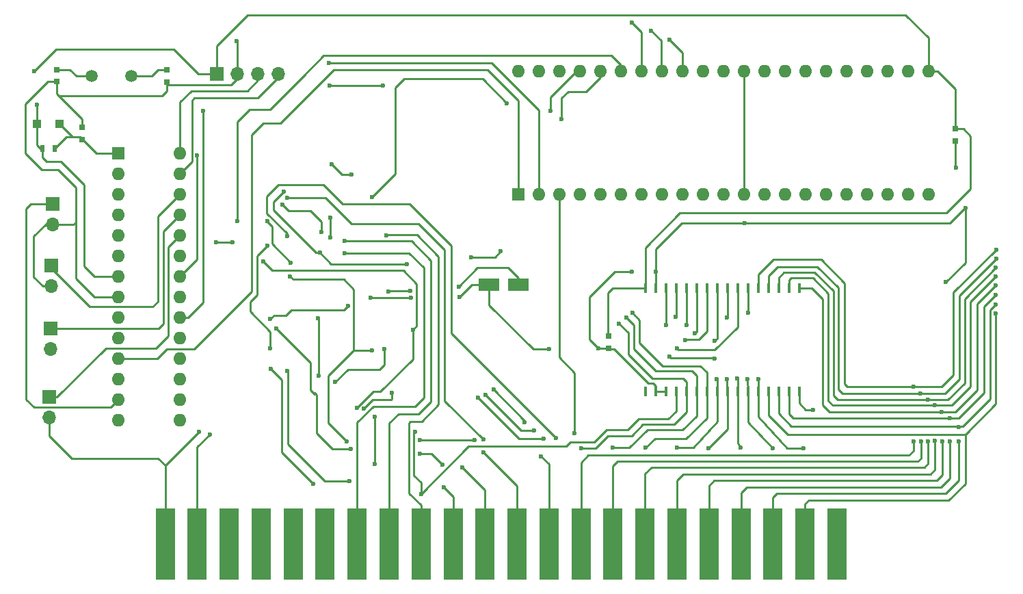
<source format=gbr>
G04 #@! TF.FileFunction,Copper,L1,Top,Signal*
%FSLAX46Y46*%
G04 Gerber Fmt 4.6, Leading zero omitted, Abs format (unit mm)*
G04 Created by KiCad (PCBNEW 4.0.7) date 07/10/18 22:49:54*
%MOMM*%
%LPD*%
G01*
G04 APERTURE LIST*
%ADD10C,0.100000*%
%ADD11R,2.400000X8.800000*%
%ADD12R,0.400000X1.200000*%
%ADD13R,1.600000X1.600000*%
%ADD14O,1.600000X1.600000*%
%ADD15R,0.750000X0.800000*%
%ADD16R,2.600000X1.600000*%
%ADD17R,1.100000X1.100000*%
%ADD18R,1.700000X1.700000*%
%ADD19O,1.700000X1.700000*%
%ADD20R,0.500000X0.900000*%
%ADD21C,1.500000*%
%ADD22C,0.600000*%
%ADD23C,0.250000*%
G04 APERTURE END LIST*
D10*
D11*
X65399940Y-104279120D03*
X69359940Y-104279120D03*
X73319940Y-104279120D03*
X77279940Y-104279120D03*
X81239940Y-104279120D03*
X85199940Y-104279120D03*
X89159940Y-104279120D03*
X93119940Y-104279120D03*
X97079940Y-104279120D03*
X101039940Y-104279120D03*
X104999940Y-104279120D03*
X108959940Y-104279120D03*
X112919940Y-104279120D03*
X120839940Y-104279120D03*
X140639940Y-104279120D03*
X116879940Y-104279120D03*
X128759940Y-104279120D03*
X148559940Y-104279120D03*
X144599940Y-104279120D03*
X124799940Y-104279120D03*
X136679940Y-104279120D03*
X132719940Y-104279120D03*
D12*
X124835700Y-85343200D03*
X126105700Y-85343200D03*
X127375700Y-85343200D03*
X128645700Y-85343200D03*
X129915700Y-85343200D03*
X131185700Y-85343200D03*
X132455700Y-85343200D03*
X133725700Y-85343200D03*
X134995700Y-85343200D03*
X136265700Y-85343200D03*
X137535700Y-85343200D03*
X138805700Y-85343200D03*
X140075700Y-85343200D03*
X141345700Y-85343200D03*
X142615700Y-85343200D03*
X143885700Y-85343200D03*
X143885700Y-72543200D03*
X142615700Y-72543200D03*
X141345700Y-72543200D03*
X140075700Y-72543200D03*
X138805700Y-72543200D03*
X137535700Y-72543200D03*
X136265700Y-72543200D03*
X134995700Y-72543200D03*
X133725700Y-72543200D03*
X132455700Y-72543200D03*
X131185700Y-72543200D03*
X129915700Y-72543200D03*
X128645700Y-72543200D03*
X127375700Y-72543200D03*
X126105700Y-72543200D03*
X124835700Y-72543200D03*
D13*
X109080300Y-60985400D03*
D14*
X159880300Y-45745400D03*
X111620300Y-60985400D03*
X157340300Y-45745400D03*
X114160300Y-60985400D03*
X154800300Y-45745400D03*
X116700300Y-60985400D03*
X152260300Y-45745400D03*
X119240300Y-60985400D03*
X149720300Y-45745400D03*
X121780300Y-60985400D03*
X147180300Y-45745400D03*
X124320300Y-60985400D03*
X144640300Y-45745400D03*
X126860300Y-60985400D03*
X142100300Y-45745400D03*
X129400300Y-60985400D03*
X139560300Y-45745400D03*
X131940300Y-60985400D03*
X137020300Y-45745400D03*
X134480300Y-60985400D03*
X134480300Y-45745400D03*
X137020300Y-60985400D03*
X131940300Y-45745400D03*
X139560300Y-60985400D03*
X129400300Y-45745400D03*
X142100300Y-60985400D03*
X126860300Y-45745400D03*
X144640300Y-60985400D03*
X124320300Y-45745400D03*
X147180300Y-60985400D03*
X121780300Y-45745400D03*
X149720300Y-60985400D03*
X119240300Y-45745400D03*
X152260300Y-60985400D03*
X116700300Y-45745400D03*
X154800300Y-60985400D03*
X114160300Y-45745400D03*
X157340300Y-60985400D03*
X111620300Y-45745400D03*
X159880300Y-60985400D03*
X109080300Y-45745400D03*
D15*
X55118000Y-52678900D03*
X55118000Y-54178900D03*
X51968400Y-45541500D03*
X51968400Y-47041500D03*
X65570100Y-47079600D03*
X65570100Y-45579600D03*
D16*
X109115000Y-72186800D03*
X105515000Y-72186800D03*
D15*
X163220400Y-54356700D03*
X163220400Y-52856700D03*
X120309640Y-80043720D03*
X120309640Y-78543720D03*
D17*
X49539700Y-52273200D03*
X52339700Y-52273200D03*
D18*
X71755000Y-46062900D03*
D19*
X74295000Y-46062900D03*
X76835000Y-46062900D03*
X79375000Y-46062900D03*
D20*
X50189700Y-55295800D03*
X51689700Y-55295800D03*
D18*
X51054000Y-86067900D03*
D19*
X51054000Y-88607900D03*
D18*
X51181000Y-77558900D03*
D19*
X51181000Y-80098900D03*
D18*
X51308000Y-69811900D03*
D19*
X51308000Y-72351900D03*
D18*
X51435000Y-62191900D03*
D19*
X51435000Y-64731900D03*
D21*
X61188600Y-46329600D03*
X56308600Y-46329600D03*
D13*
X59570620Y-55918100D03*
D14*
X67190620Y-88938100D03*
X59570620Y-58458100D03*
X67190620Y-86398100D03*
X59570620Y-60998100D03*
X67190620Y-83858100D03*
X59570620Y-63538100D03*
X67190620Y-81318100D03*
X59570620Y-66078100D03*
X67190620Y-78778100D03*
X59570620Y-68618100D03*
X67190620Y-76238100D03*
X59570620Y-71158100D03*
X67190620Y-73698100D03*
X59570620Y-73698100D03*
X67190620Y-71158100D03*
X59570620Y-76238100D03*
X67190620Y-68618100D03*
X59570620Y-78778100D03*
X67190620Y-66078100D03*
X59570620Y-81318100D03*
X67190620Y-63538100D03*
X59570620Y-83858100D03*
X67190620Y-60998100D03*
X59570620Y-86398100D03*
X67190620Y-58458100D03*
X59570620Y-88938100D03*
X67190620Y-55918100D03*
D22*
X87619840Y-68229480D03*
X87619840Y-66776600D03*
X92816680Y-66106040D03*
X89128600Y-87396320D03*
X96951800Y-93096080D03*
X99689920Y-94437200D03*
X99857560Y-97231200D03*
X96057720Y-77724000D03*
X77510640Y-69296280D03*
X78074520Y-64312800D03*
X80954880Y-69448680D03*
X80878680Y-71140320D03*
X90972640Y-80299560D03*
X87899240Y-91587320D03*
X96895920Y-91363800D03*
X103713280Y-91419680D03*
X102204520Y-94772480D03*
X74320400Y-64262000D03*
X80467200Y-61417200D03*
X104775000Y-91325700D03*
X104813100Y-92925900D03*
X80505300Y-66141600D03*
X113804700Y-91135200D03*
X111937800Y-93383100D03*
X158899860Y-85587840D03*
X158945580Y-91531440D03*
X168264840Y-68961000D03*
X163644580Y-91531440D03*
X163644580Y-89771220D03*
X168211500Y-74622660D03*
X158021020Y-84764880D03*
X158028640Y-91559380D03*
X168264840Y-67856100D03*
X160710880Y-87061040D03*
X160710880Y-91503500D03*
X168244520Y-71120000D03*
X168211500Y-75742800D03*
X159872680Y-86365080D03*
X159872680Y-91531440D03*
X168249600Y-70027800D03*
X162582860Y-91531440D03*
X162526980Y-88681560D03*
X168226740Y-73426320D03*
X161604960Y-91531440D03*
X161549080Y-87871300D03*
X168234360Y-72245220D03*
X112257840Y-91226640D03*
X104104440Y-86151720D03*
X129753360Y-79014320D03*
X116090700Y-90525600D03*
X130982720Y-78176120D03*
X122488960Y-76220320D03*
X120802400Y-92334080D03*
X137447020Y-83840320D03*
X140634720Y-92400120D03*
X121594880Y-77002640D03*
X116890800Y-92354400D03*
X133692900Y-83875880D03*
X128727200Y-92273120D03*
X138828780Y-83850480D03*
X144414240Y-92415360D03*
X123243340Y-75661520D03*
X124876560Y-92339160D03*
X136207500Y-83781900D03*
X136672320Y-92339160D03*
X134978140Y-83875880D03*
X132664200Y-92354400D03*
X118993920Y-80020160D03*
X112938560Y-80142080D03*
X126126240Y-70591680D03*
X123200160Y-70591680D03*
X74264520Y-42021760D03*
X90832940Y-73761600D03*
X95834200Y-73761600D03*
X101869240Y-73705720D03*
X88430100Y-58534300D03*
X85999320Y-57249060D03*
X162039300Y-71856600D03*
X145580100Y-87630000D03*
X163337240Y-57724040D03*
X164454840Y-62697360D03*
X137129520Y-64541400D03*
X69342000Y-56121300D03*
X78409800Y-76390500D03*
X88011000Y-74790300D03*
X69608700Y-90335100D03*
X95750380Y-72895460D03*
X93040200Y-73035160D03*
X101729540Y-72392540D03*
X92354400Y-47548800D03*
X85763100Y-47548800D03*
X70904100Y-90716100D03*
X80048100Y-60617100D03*
X84429600Y-83400900D03*
X84353400Y-76314300D03*
X95288100Y-69608700D03*
X84543900Y-68199000D03*
X70104000Y-50673000D03*
X49491900Y-49872900D03*
X49149000Y-45720000D03*
X134950200Y-76192380D03*
X137576560Y-75633580D03*
X128623060Y-76169520D03*
X88402160Y-92453460D03*
X79181960Y-77589380D03*
X129976880Y-77170280D03*
X114490500Y-51663600D03*
X106946700Y-68046600D03*
X103289100Y-68732400D03*
X96316800Y-90335100D03*
X97078800Y-98031300D03*
X109918500Y-89154000D03*
X106032300Y-85115400D03*
X113118900Y-50673000D03*
X133441440Y-79126080D03*
X133441440Y-81305400D03*
X127797560Y-81081880D03*
X105079800Y-85801200D03*
X111099600Y-90220800D03*
X128747520Y-80020160D03*
X127406400Y-77114400D03*
X83708240Y-96840040D03*
X78455520Y-82590640D03*
X123187460Y-39758620D03*
X125562360Y-40736520D03*
X127797560Y-41826180D03*
X85664040Y-44759880D03*
X73705720Y-66888360D03*
X71694040Y-66888360D03*
X92537280Y-80103980D03*
X86446360Y-84211160D03*
X91020900Y-61302900D03*
X107708700Y-49682400D03*
X93459300Y-85534500D03*
X89992200Y-87477600D03*
X91363800Y-88506300D03*
X91325700Y-94373700D03*
X88201500Y-96431100D03*
X80505300Y-82829400D03*
X78028800Y-67360800D03*
X78374240Y-80060800D03*
X84714080Y-65659000D03*
X79880460Y-62250320D03*
X85831680Y-63870840D03*
X85831680Y-66357500D03*
D23*
X89159940Y-104279120D02*
X89159940Y-89209020D01*
X95610680Y-68229480D02*
X87619840Y-68229480D01*
X97398840Y-70017640D02*
X95610680Y-68229480D01*
X97398840Y-86166960D02*
X97398840Y-70017640D01*
X96337120Y-87228680D02*
X97398840Y-86166960D01*
X91140280Y-87228680D02*
X96337120Y-87228680D01*
X89159940Y-89209020D02*
X91140280Y-87228680D01*
X93119940Y-104279120D02*
X93119940Y-89272380D01*
X95890080Y-66776600D02*
X87619840Y-66776600D01*
X98292920Y-69179440D02*
X95890080Y-66776600D01*
X98292920Y-86614000D02*
X98292920Y-69179440D01*
X96784160Y-88122760D02*
X98292920Y-86614000D01*
X94269560Y-88122760D02*
X96784160Y-88122760D01*
X93119940Y-89272380D02*
X94269560Y-88122760D01*
X97079940Y-104279120D02*
X97079940Y-99426900D01*
X92928440Y-65994280D02*
X92816680Y-66106040D01*
X96560640Y-65994280D02*
X92928440Y-65994280D01*
X99242880Y-68676520D02*
X96560640Y-65994280D01*
X99242880Y-87005160D02*
X99242880Y-68676520D01*
X97175320Y-89072720D02*
X99242880Y-87005160D01*
X95778320Y-89072720D02*
X97175320Y-89072720D01*
X95610680Y-89240360D02*
X95778320Y-89072720D01*
X95610680Y-97957640D02*
X95610680Y-89240360D01*
X97079940Y-99426900D02*
X95610680Y-97957640D01*
X101039940Y-104279120D02*
X101039940Y-98413580D01*
X96057720Y-81361280D02*
X96057720Y-77724000D01*
X92034360Y-85384640D02*
X96057720Y-81361280D01*
X91140280Y-85384640D02*
X92034360Y-85384640D01*
X89128600Y-87396320D02*
X91140280Y-85384640D01*
X98348800Y-93096080D02*
X96951800Y-93096080D01*
X99689920Y-94437200D02*
X98348800Y-93096080D01*
X101039940Y-98413580D02*
X99857560Y-97231200D01*
X96530160Y-77251560D02*
X96057720Y-77724000D01*
X96530160Y-72054720D02*
X96530160Y-77251560D01*
X94884240Y-70408800D02*
X96530160Y-72054720D01*
X78623160Y-70408800D02*
X94884240Y-70408800D01*
X77510640Y-69296280D02*
X78623160Y-70408800D01*
X88742520Y-80299560D02*
X88742520Y-72755760D01*
X78074520Y-64404240D02*
X78074520Y-64312800D01*
X78607920Y-64937640D02*
X78074520Y-64404240D01*
X78607920Y-67101720D02*
X78607920Y-64937640D01*
X80954880Y-69448680D02*
X78607920Y-67101720D01*
X81259680Y-71521320D02*
X80878680Y-71140320D01*
X87508080Y-71521320D02*
X81259680Y-71521320D01*
X88742520Y-72755760D02*
X87508080Y-71521320D01*
X104999940Y-104279120D02*
X104999940Y-97567900D01*
X88681560Y-80299560D02*
X88742520Y-80299560D01*
X88742520Y-80299560D02*
X90972640Y-80299560D01*
X85552280Y-83428840D02*
X88681560Y-80299560D01*
X85552280Y-89240360D02*
X85552280Y-83428840D01*
X87899240Y-91587320D02*
X85552280Y-89240360D01*
X103657400Y-91363800D02*
X96895920Y-91363800D01*
X103713280Y-91419680D02*
X103657400Y-91363800D01*
X104999940Y-97567900D02*
X102204520Y-94772480D01*
X121780300Y-45745400D02*
X121780300Y-44945300D01*
X121780300Y-44945300D02*
X120644920Y-43809920D01*
X120644920Y-43809920D02*
X84998560Y-43809920D01*
X84998560Y-43809920D02*
X82423000Y-46385480D01*
X82423000Y-46385480D02*
X82423000Y-46436280D01*
X82423000Y-46436280D02*
X78399640Y-50459640D01*
X78399640Y-50459640D02*
X75885040Y-50459640D01*
X75885040Y-50459640D02*
X74320400Y-52024280D01*
X74320400Y-52024280D02*
X74320400Y-64262000D01*
X108959940Y-104279120D02*
X108959940Y-97072740D01*
X85229700Y-61417200D02*
X80467200Y-61417200D01*
X88430100Y-64617600D02*
X85229700Y-61417200D01*
X96774000Y-64617600D02*
X88430100Y-64617600D01*
X100012500Y-67856100D02*
X96774000Y-64617600D01*
X100012500Y-86563200D02*
X100012500Y-67856100D01*
X104775000Y-91325700D02*
X100012500Y-86563200D01*
X108959940Y-97072740D02*
X104813100Y-92925900D01*
X112919940Y-104279120D02*
X112919940Y-94365240D01*
X80505300Y-65836800D02*
X80505300Y-66141600D01*
X77990700Y-63322200D02*
X80505300Y-65836800D01*
X77990700Y-61264800D02*
X77990700Y-63322200D01*
X79438500Y-59817000D02*
X77990700Y-61264800D01*
X84963000Y-59817000D02*
X79438500Y-59817000D01*
X87325200Y-62179200D02*
X84963000Y-59817000D01*
X95669100Y-62179200D02*
X87325200Y-62179200D01*
X100850700Y-67360800D02*
X95669100Y-62179200D01*
X100850700Y-78181200D02*
X100850700Y-67360800D01*
X113804700Y-91135200D02*
X100850700Y-78181200D01*
X112919940Y-94365240D02*
X111937800Y-93383100D01*
X158899860Y-85587840D02*
X158899860Y-85608160D01*
X158899860Y-85608160D02*
X158899860Y-85587840D01*
X158899860Y-85587840D02*
X158899860Y-85608160D01*
X120839940Y-104279120D02*
X120839940Y-94577460D01*
X158945580Y-93687900D02*
X158945580Y-91531440D01*
X158587440Y-94046040D02*
X158945580Y-93687900D01*
X121371360Y-94046040D02*
X158587440Y-94046040D01*
X120839940Y-94577460D02*
X121371360Y-94046040D01*
X140075700Y-72543200D02*
X140075700Y-71038940D01*
X163728400Y-73497440D02*
X168264840Y-68961000D01*
X163728400Y-83847940D02*
X163728400Y-73497440D01*
X161968180Y-85608160D02*
X163728400Y-83847940D01*
X149255480Y-85608160D02*
X158899860Y-85608160D01*
X158899860Y-85608160D02*
X161968180Y-85608160D01*
X148752560Y-85105240D02*
X149255480Y-85608160D01*
X148752560Y-72532240D02*
X148752560Y-85105240D01*
X146154140Y-69933820D02*
X148752560Y-72532240D01*
X141180820Y-69933820D02*
X146154140Y-69933820D01*
X140075700Y-71038940D02*
X141180820Y-69933820D01*
X140639940Y-104279120D02*
X140639940Y-98498520D01*
X140639940Y-98498520D02*
X141152880Y-97985580D01*
X141152880Y-97985580D02*
X161996120Y-97985580D01*
X161996120Y-97985580D02*
X163644580Y-96337120D01*
X163644580Y-96337120D02*
X163644580Y-91531440D01*
X163644580Y-89771220D02*
X163644580Y-89659460D01*
X163644580Y-89659460D02*
X163644580Y-89771220D01*
X163644580Y-89771220D02*
X163644580Y-89659460D01*
X141345700Y-85343200D02*
X141345700Y-88120000D01*
X167500300Y-75333860D02*
X168211500Y-74622660D01*
X167500300Y-86278720D02*
X167500300Y-75333860D01*
X164119560Y-89659460D02*
X167500300Y-86278720D01*
X142885160Y-89659460D02*
X163644580Y-89659460D01*
X163644580Y-89659460D02*
X164119560Y-89659460D01*
X141345700Y-88120000D02*
X142885160Y-89659460D01*
X116879940Y-104279120D02*
X116879940Y-94150880D01*
X158021020Y-84764880D02*
X158021020Y-84775040D01*
X158028640Y-92732860D02*
X158028640Y-91559380D01*
X157497780Y-93263720D02*
X158028640Y-92732860D01*
X117767100Y-93263720D02*
X157497780Y-93263720D01*
X116879940Y-94150880D02*
X117767100Y-93263720D01*
X138805700Y-72543200D02*
X138805700Y-70917020D01*
X162986720Y-73134220D02*
X168264840Y-67856100D01*
X162986720Y-83332320D02*
X162986720Y-73134220D01*
X161544000Y-84775040D02*
X162986720Y-83332320D01*
X149880320Y-84775040D02*
X158021020Y-84775040D01*
X158021020Y-84775040D02*
X161544000Y-84775040D01*
X149534880Y-84429600D02*
X149880320Y-84775040D01*
X149534880Y-71993760D02*
X149534880Y-84429600D01*
X146588480Y-69047360D02*
X149534880Y-71993760D01*
X140675360Y-69047360D02*
X146588480Y-69047360D01*
X138805700Y-70917020D02*
X140675360Y-69047360D01*
X128759940Y-104279120D02*
X128759940Y-96380580D01*
X160710880Y-95023940D02*
X160710880Y-91503500D01*
X160152080Y-95582740D02*
X160710880Y-95023940D01*
X129557780Y-95582740D02*
X160152080Y-95582740D01*
X128759940Y-96380580D02*
X129557780Y-95582740D01*
X160710880Y-87061040D02*
X160710880Y-87088980D01*
X160710880Y-87088980D02*
X160710880Y-87061040D01*
X160710880Y-87061040D02*
X160710880Y-87088980D01*
X142615700Y-72543200D02*
X142615700Y-71600280D01*
X165097460Y-74267060D02*
X168244520Y-71120000D01*
X165097460Y-84769960D02*
X165097460Y-74267060D01*
X162778440Y-87088980D02*
X165097460Y-84769960D01*
X148071840Y-87088980D02*
X160710880Y-87088980D01*
X160710880Y-87088980D02*
X162778440Y-87088980D01*
X147495260Y-86512400D02*
X148071840Y-87088980D01*
X147495260Y-73230740D02*
X147495260Y-86512400D01*
X145595340Y-71330820D02*
X147495260Y-73230740D01*
X142885160Y-71330820D02*
X145595340Y-71330820D01*
X142615700Y-71600280D02*
X142885160Y-71330820D01*
X144599940Y-104279120D02*
X144599940Y-99288320D01*
X164454840Y-96784160D02*
X164454840Y-90665300D01*
X162415220Y-98823780D02*
X164454840Y-96784160D01*
X145064480Y-98823780D02*
X162415220Y-98823780D01*
X144599940Y-99288320D02*
X145064480Y-98823780D01*
X140075700Y-85343200D02*
X140075700Y-88302880D01*
X168211500Y-86908640D02*
X168211500Y-75742800D01*
X164454840Y-90665300D02*
X168211500Y-86908640D01*
X142438120Y-90665300D02*
X164454840Y-90665300D01*
X140075700Y-88302880D02*
X142438120Y-90665300D01*
X124799940Y-104279120D02*
X124799940Y-95562840D01*
X159872680Y-94269560D02*
X159872680Y-91531440D01*
X159369760Y-94772480D02*
X159872680Y-94269560D01*
X125590300Y-94772480D02*
X159369760Y-94772480D01*
X124799940Y-95562840D02*
X125590300Y-94772480D01*
X159872680Y-86365080D02*
X159872680Y-86390480D01*
X159872680Y-86390480D02*
X159872680Y-86365080D01*
X159872680Y-86365080D02*
X159872680Y-86390480D01*
X141345700Y-72543200D02*
X141345700Y-71277700D01*
X164371020Y-73906380D02*
X168249600Y-70027800D01*
X164371020Y-84322920D02*
X164371020Y-73906380D01*
X162303460Y-86390480D02*
X164371020Y-84322920D01*
X148638260Y-86390480D02*
X159872680Y-86390480D01*
X159872680Y-86390480D02*
X162303460Y-86390480D01*
X148109940Y-85862160D02*
X148638260Y-86390480D01*
X148109940Y-72951340D02*
X148109940Y-85862160D01*
X145818860Y-70660260D02*
X148109940Y-72951340D01*
X141963140Y-70660260D02*
X145818860Y-70660260D01*
X141345700Y-71277700D02*
X141963140Y-70660260D01*
X136679940Y-104279120D02*
X136679940Y-97904300D01*
X136679940Y-97904300D02*
X137380980Y-97203260D01*
X137380980Y-97203260D02*
X161465260Y-97203260D01*
X161465260Y-97203260D02*
X162582860Y-96085660D01*
X162582860Y-96085660D02*
X162582860Y-91531440D01*
X142615700Y-85343200D02*
X142615700Y-88132700D01*
X166773860Y-74879200D02*
X168226740Y-73426320D01*
X166773860Y-85552280D02*
X166773860Y-74879200D01*
X163644580Y-88681560D02*
X166773860Y-85552280D01*
X143164560Y-88681560D02*
X162526980Y-88681560D01*
X162526980Y-88681560D02*
X163644580Y-88681560D01*
X142615700Y-88132700D02*
X143164560Y-88681560D01*
X132719940Y-104279120D02*
X132719940Y-97030680D01*
X132719940Y-97030680D02*
X133357620Y-96393000D01*
X133357620Y-96393000D02*
X160934400Y-96393000D01*
X160934400Y-96393000D02*
X161604960Y-95722440D01*
X161604960Y-95722440D02*
X161604960Y-91531440D01*
X161549080Y-87871300D02*
X161549080Y-87899240D01*
X161549080Y-87899240D02*
X161549080Y-87871300D01*
X161549080Y-87871300D02*
X161549080Y-87899240D01*
X143885700Y-72543200D02*
X145438660Y-72543200D01*
X165935660Y-74543920D02*
X168234360Y-72245220D01*
X165935660Y-85161120D02*
X165935660Y-74543920D01*
X163197540Y-87899240D02*
X165935660Y-85161120D01*
X147662900Y-87899240D02*
X161549080Y-87899240D01*
X161549080Y-87899240D02*
X163197540Y-87899240D01*
X146796760Y-87033100D02*
X147662900Y-87899240D01*
X146796760Y-73901300D02*
X146796760Y-87033100D01*
X145438660Y-72543200D02*
X146796760Y-73901300D01*
X157340300Y-60985400D02*
X157340300Y-60261500D01*
X109179360Y-91226640D02*
X112257840Y-91226640D01*
X104104440Y-86151720D02*
X109179360Y-91226640D01*
X132455700Y-77876620D02*
X132455700Y-72543200D01*
X131429760Y-78902560D02*
X132455700Y-77876620D01*
X129865120Y-78902560D02*
X131429760Y-78902560D01*
X129753360Y-79014320D02*
X129865120Y-78902560D01*
X114160300Y-60985400D02*
X114160300Y-81165700D01*
X116090700Y-83096100D02*
X116090700Y-90525600D01*
X114160300Y-81165700D02*
X116090700Y-83096100D01*
X131185700Y-77973140D02*
X131185700Y-72543200D01*
X130982720Y-78176120D02*
X131185700Y-77973140D01*
X131185700Y-83408300D02*
X131185700Y-85343200D01*
X130647440Y-82870040D02*
X131185700Y-83408300D01*
X126149100Y-82870040D02*
X130647440Y-82870040D01*
X123410980Y-80131920D02*
X126149100Y-82870040D01*
X123410980Y-77142340D02*
X123410980Y-80131920D01*
X122488960Y-76220320D02*
X123410980Y-77142340D01*
X131185700Y-85343200D02*
X131185700Y-88384600D01*
X122793760Y-92334080D02*
X120802400Y-92334080D01*
X125082300Y-90144600D02*
X122793760Y-92334080D01*
X129425700Y-90144600D02*
X125082300Y-90144600D01*
X131185700Y-88384600D02*
X129425700Y-90144600D01*
X137517920Y-83911220D02*
X137535700Y-85343200D01*
X137447020Y-83840320D02*
X137517920Y-83911220D01*
X137535700Y-85343200D02*
X137535700Y-89148700D01*
X137535700Y-89148700D02*
X140634720Y-92400120D01*
X129915700Y-84149980D02*
X129915700Y-85343200D01*
X129529840Y-83764120D02*
X129915700Y-84149980D01*
X125702060Y-83764120D02*
X129529840Y-83764120D01*
X122712480Y-80774540D02*
X125702060Y-83764120D01*
X122712480Y-78120240D02*
X122712480Y-80774540D01*
X121594880Y-77002640D02*
X122712480Y-78120240D01*
X129915700Y-85343200D02*
X129915700Y-87940100D01*
X118681500Y-92354400D02*
X116890800Y-92354400D01*
X120205500Y-90830400D02*
X118681500Y-92354400D01*
X123139200Y-90830400D02*
X120205500Y-90830400D01*
X124548900Y-89420700D02*
X123139200Y-90830400D01*
X128435100Y-89420700D02*
X124548900Y-89420700D01*
X129915700Y-87940100D02*
X128435100Y-89420700D01*
X133725700Y-83908680D02*
X133725700Y-85343200D01*
X133692900Y-83875880D02*
X133725700Y-83908680D01*
X133725700Y-85343200D02*
X133725700Y-89121200D01*
X130799840Y-92273120D02*
X128727200Y-92273120D01*
X133725700Y-89121200D02*
X130799840Y-92273120D01*
X138805700Y-83873560D02*
X138805700Y-85343200D01*
X138828780Y-83850480D02*
X138805700Y-83873560D01*
X138805700Y-85343200D02*
X138805700Y-88475600D01*
X142433040Y-92400120D02*
X144414240Y-92415360D01*
X138805700Y-88475600D02*
X142433040Y-92400120D01*
X132455700Y-83001900D02*
X132455700Y-85343200D01*
X131681220Y-82227420D02*
X132455700Y-83001900D01*
X126987300Y-82227420D02*
X131681220Y-82227420D01*
X124137420Y-79377540D02*
X126987300Y-82227420D01*
X124137420Y-76555600D02*
X124137420Y-79377540D01*
X123243340Y-75661520D02*
X124137420Y-76555600D01*
X132455700Y-85343200D02*
X132455700Y-88638600D01*
X126019560Y-91196160D02*
X124876560Y-92339160D01*
X129882900Y-91211400D02*
X126019560Y-91196160D01*
X132455700Y-88638600D02*
X129882900Y-91211400D01*
X136207500Y-83781900D02*
X136265700Y-83840100D01*
X136265700Y-83840100D02*
X136265700Y-85343200D01*
X136265700Y-85343200D02*
X136265700Y-91688700D01*
X136265700Y-91688700D02*
X136672320Y-92339160D01*
X134978140Y-85325640D02*
X134978140Y-83875880D01*
X134978140Y-85325640D02*
X134995700Y-85343200D01*
X134995700Y-85343200D02*
X134995700Y-90022900D01*
X134995700Y-90022900D02*
X132664200Y-92354400D01*
X105515000Y-72186800D02*
X105515000Y-74689560D01*
X118993920Y-80020160D02*
X119017480Y-80043720D01*
X110967520Y-80142080D02*
X112938560Y-80142080D01*
X105515000Y-74689560D02*
X110967520Y-80142080D01*
X120309640Y-80043720D02*
X119017480Y-80043720D01*
X119017480Y-80043720D02*
X117896640Y-78922880D01*
X117896640Y-78922880D02*
X117896640Y-73720960D01*
X117896640Y-73720960D02*
X121025920Y-70591680D01*
X121025920Y-70591680D02*
X123200160Y-70591680D01*
X126126240Y-70591680D02*
X126105700Y-70591680D01*
X126105700Y-70591680D02*
X126126240Y-70591680D01*
X126126240Y-70591680D02*
X126105700Y-70591680D01*
X126105700Y-85343200D02*
X126105700Y-84663500D01*
X120964960Y-80114140D02*
X120380060Y-80114140D01*
X125194060Y-84343240D02*
X120964960Y-80114140D01*
X125785440Y-84343240D02*
X125194060Y-84343240D01*
X126105700Y-84663500D02*
X125785440Y-84343240D01*
X120380060Y-80114140D02*
X120309640Y-80043720D01*
X74295000Y-42052240D02*
X74295000Y-46062900D01*
X74264520Y-42021760D02*
X74295000Y-42052240D01*
X90832940Y-73761600D02*
X95834200Y-73761600D01*
X103388160Y-72186800D02*
X105515000Y-72186800D01*
X101869240Y-73705720D02*
X103388160Y-72186800D01*
X87284560Y-58534300D02*
X88430100Y-58534300D01*
X85999320Y-57249060D02*
X87284560Y-58534300D01*
X143885700Y-85343200D02*
X143885700Y-86811900D01*
X164454840Y-69441060D02*
X164454840Y-62697360D01*
X162039300Y-71856600D02*
X164454840Y-69441060D01*
X144703800Y-87630000D02*
X145580100Y-87630000D01*
X143885700Y-86811900D02*
X144703800Y-87630000D01*
X137020300Y-45745400D02*
X137020300Y-60985400D01*
X137129520Y-64541400D02*
X162554920Y-64541400D01*
X163220400Y-57607200D02*
X163220400Y-54356700D01*
X163337240Y-57724040D02*
X163220400Y-57607200D01*
X164398960Y-62697360D02*
X164454840Y-62697360D01*
X162554920Y-64541400D02*
X164398960Y-62697360D01*
X126105700Y-72543200D02*
X126105700Y-70591680D01*
X126105700Y-70591680D02*
X126105700Y-67797900D01*
X129362200Y-64541400D02*
X137129520Y-64541400D01*
X126105700Y-67797900D02*
X129362200Y-64541400D01*
X126121160Y-72558660D02*
X126105700Y-72543200D01*
X126105700Y-85343200D02*
X127375700Y-85343200D01*
X120309640Y-80043720D02*
X120309640Y-80109060D01*
X126121160Y-85327740D02*
X126105700Y-85343200D01*
X67190620Y-71158100D02*
X67190620Y-71150480D01*
X67190620Y-71150480D02*
X69342000Y-68999100D01*
X69342000Y-68999100D02*
X69342000Y-56121300D01*
X51435000Y-64731900D02*
X50576480Y-64731900D01*
X50279300Y-72351900D02*
X51308000Y-72351900D01*
X49118520Y-71191120D02*
X50279300Y-72351900D01*
X49118520Y-66189860D02*
X49118520Y-71191120D01*
X50576480Y-64731900D02*
X49118520Y-66189860D01*
X78867000Y-75933300D02*
X78409800Y-76390500D01*
X80352900Y-75933300D02*
X78867000Y-75933300D01*
X81000600Y-75285600D02*
X80352900Y-75933300D01*
X87515700Y-75285600D02*
X81000600Y-75285600D01*
X88011000Y-74790300D02*
X87515700Y-75285600D01*
X65399940Y-104279120D02*
X65399940Y-94508340D01*
X51054000Y-90868500D02*
X51054000Y-88607900D01*
X53835300Y-93649800D02*
X51054000Y-90868500D01*
X64541400Y-93649800D02*
X53835300Y-93649800D01*
X65399940Y-94508340D02*
X64541400Y-93649800D01*
X69608700Y-90335100D02*
X65399940Y-94543860D01*
X65399940Y-94543860D02*
X65399940Y-104279120D01*
X51435000Y-64731900D02*
X54025800Y-64731900D01*
X54025800Y-64731900D02*
X54330600Y-64427100D01*
X51968400Y-47041500D02*
X50837400Y-47041500D01*
X56667400Y-73698100D02*
X59570620Y-73698100D01*
X54330600Y-71361300D02*
X56667400Y-73698100D01*
X54330600Y-60121800D02*
X54330600Y-64427100D01*
X54330600Y-64427100D02*
X54330600Y-71361300D01*
X52120800Y-57912000D02*
X54330600Y-60121800D01*
X50101500Y-57912000D02*
X52120800Y-57912000D01*
X48082200Y-55892700D02*
X50101500Y-57912000D01*
X48082200Y-49796700D02*
X48082200Y-55892700D01*
X50837400Y-47041500D02*
X48082200Y-49796700D01*
X74295000Y-46062900D02*
X74295000Y-46672500D01*
X74295000Y-46672500D02*
X73571100Y-47396400D01*
X73571100Y-47396400D02*
X65886900Y-47396400D01*
X65886900Y-47396400D02*
X65570100Y-47079600D01*
X65570100Y-47079600D02*
X65570100Y-48196500D01*
X64998600Y-48768000D02*
X52235100Y-48768000D01*
X65570100Y-48196500D02*
X64998600Y-48768000D01*
X51968400Y-47041500D02*
X51968400Y-48501300D01*
X55118000Y-51650900D02*
X55118000Y-52678900D01*
X51968400Y-48501300D02*
X52235100Y-48768000D01*
X52235100Y-48768000D02*
X55118000Y-51650900D01*
X93179900Y-72895460D02*
X95750380Y-72895460D01*
X93040200Y-73035160D02*
X93179900Y-72895460D01*
X109115000Y-71312180D02*
X109115000Y-72186800D01*
X101729540Y-72392540D02*
X104076500Y-70045580D01*
X104076500Y-70045580D02*
X107848400Y-70045580D01*
X107848400Y-70045580D02*
X109115000Y-71312180D01*
X124835700Y-72543200D02*
X120823520Y-72543200D01*
X120197880Y-73168840D02*
X120197880Y-78431960D01*
X120823520Y-72543200D02*
X120197880Y-73168840D01*
X120197880Y-78431960D02*
X120309640Y-78543720D01*
X124835700Y-72543200D02*
X124835700Y-67559140D01*
X164225540Y-52856700D02*
X163220400Y-52856700D01*
X165125400Y-53756560D02*
X164225540Y-52856700D01*
X165125400Y-60294520D02*
X165125400Y-53756560D01*
X162107880Y-63312040D02*
X165125400Y-60294520D01*
X129082800Y-63312040D02*
X162107880Y-63312040D01*
X124835700Y-67559140D02*
X129082800Y-63312040D01*
X159880300Y-45745400D02*
X159880300Y-41582340D01*
X71755000Y-42575480D02*
X71755000Y-46062900D01*
X75549760Y-38780720D02*
X71755000Y-42575480D01*
X157078680Y-38780720D02*
X75549760Y-38780720D01*
X159880300Y-41582340D02*
X157078680Y-38780720D01*
X92354400Y-47548800D02*
X85763100Y-47548800D01*
X69359940Y-92260260D02*
X69359940Y-104279120D01*
X70904100Y-90716100D02*
X69359940Y-92260260D01*
X84543900Y-68199000D02*
X84048600Y-68199000D01*
X78790800Y-61874400D02*
X80048100Y-60617100D01*
X78790800Y-62941200D02*
X78790800Y-61874400D01*
X84048600Y-68199000D02*
X78790800Y-62941200D01*
X84429600Y-76390500D02*
X84429600Y-83400900D01*
X84353400Y-76314300D02*
X84429600Y-76390500D01*
X85953600Y-69608700D02*
X95288100Y-69608700D01*
X84543900Y-68199000D02*
X85953600Y-69608700D01*
X67190620Y-76238100D02*
X68199000Y-76238100D01*
X70104000Y-74333100D02*
X70104000Y-50673000D01*
X68199000Y-76238100D02*
X70104000Y-74333100D01*
X59570620Y-71158100D02*
X56603900Y-71158100D01*
X50189700Y-56400000D02*
X50189700Y-55295800D01*
X50673000Y-56883300D02*
X50189700Y-56400000D01*
X52463700Y-56883300D02*
X50673000Y-56883300D01*
X55359300Y-59778900D02*
X52463700Y-56883300D01*
X55359300Y-69913500D02*
X55359300Y-59778900D01*
X56603900Y-71158100D02*
X55359300Y-69913500D01*
X49539700Y-52273200D02*
X49539700Y-54866080D01*
X49539700Y-54866080D02*
X49969420Y-55295800D01*
X49969420Y-55295800D02*
X50189700Y-55295800D01*
X71755000Y-46062900D02*
X69456300Y-46062900D01*
X49539700Y-49920700D02*
X49539700Y-52273200D01*
X49491900Y-49872900D02*
X49539700Y-49920700D01*
X51854100Y-43014900D02*
X49149000Y-45720000D01*
X66408300Y-43014900D02*
X51854100Y-43014900D01*
X69456300Y-46062900D02*
X66408300Y-43014900D01*
X159880300Y-45745400D02*
X161025840Y-45745400D01*
X161025840Y-45745400D02*
X163220400Y-47939960D01*
X163220400Y-47939960D02*
X163220400Y-52856700D01*
X134995700Y-72543200D02*
X134995700Y-76146880D01*
X134995700Y-76146880D02*
X134950200Y-76192380D01*
X137535700Y-75592720D02*
X137535700Y-72543200D01*
X137576560Y-75633580D02*
X137535700Y-75592720D01*
X128645700Y-76146880D02*
X128645700Y-72543200D01*
X128623060Y-76169520D02*
X128645700Y-76146880D01*
X86055200Y-92453460D02*
X88402160Y-92453460D01*
X84127340Y-90525600D02*
X86055200Y-92453460D01*
X84127340Y-85803740D02*
X84127340Y-90525600D01*
X83875880Y-85552280D02*
X84127340Y-85803740D01*
X83875880Y-85691980D02*
X83875880Y-85552280D01*
X83400900Y-85217000D02*
X83875880Y-85691980D01*
X83400900Y-81808320D02*
X83400900Y-85217000D01*
X79181960Y-77589380D02*
X83400900Y-81808320D01*
X53939900Y-53873400D02*
X53112100Y-53873400D01*
X53112100Y-53873400D02*
X51689700Y-55295800D01*
X59570620Y-55918100D02*
X56857200Y-55918100D01*
X56857200Y-55918100D02*
X54812500Y-53873400D01*
X54812500Y-53873400D02*
X53939900Y-53873400D01*
X53939900Y-53873400D02*
X52339700Y-52273200D01*
X56308600Y-46329600D02*
X54406800Y-46329600D01*
X53618700Y-45541500D02*
X51968400Y-45541500D01*
X54406800Y-46329600D02*
X53618700Y-45541500D01*
X61188600Y-46329600D02*
X63741300Y-46329600D01*
X64491300Y-45579600D02*
X65570100Y-45579600D01*
X63741300Y-46329600D02*
X64491300Y-45579600D01*
X129976880Y-77170280D02*
X129915700Y-77109100D01*
X129915700Y-77109100D02*
X129915700Y-72543200D01*
X119240300Y-45745400D02*
X119240300Y-46494700D01*
X119240300Y-46494700D02*
X117462300Y-48272700D01*
X117462300Y-48272700D02*
X115290600Y-48272700D01*
X115290600Y-48272700D02*
X114490500Y-49072800D01*
X114490500Y-49072800D02*
X114490500Y-51663600D01*
X106946700Y-68046600D02*
X106260900Y-68732400D01*
X106260900Y-68732400D02*
X103289100Y-68732400D01*
X96316800Y-90335100D02*
X96202500Y-90449400D01*
X96202500Y-90449400D02*
X96202500Y-95783400D01*
X96202500Y-95783400D02*
X97078800Y-96659700D01*
X97078800Y-96659700D02*
X97078800Y-98031300D01*
X128645700Y-85343200D02*
X128645700Y-87800400D01*
X102946200Y-92163900D02*
X97078800Y-98031300D01*
X115062000Y-92163900D02*
X102946200Y-92163900D01*
X115595400Y-91630500D02*
X115062000Y-92163900D01*
X118529100Y-91630500D02*
X115595400Y-91630500D01*
X120053100Y-90106500D02*
X118529100Y-91630500D01*
X122682000Y-90106500D02*
X120053100Y-90106500D01*
X124015500Y-88773000D02*
X122682000Y-90106500D01*
X127673100Y-88773000D02*
X124015500Y-88773000D01*
X128645700Y-87800400D02*
X127673100Y-88773000D01*
X116700300Y-45745400D02*
X116332000Y-45745400D01*
X116332000Y-45745400D02*
X113118900Y-48958500D01*
X109918500Y-89001600D02*
X109918500Y-89154000D01*
X106032300Y-85115400D02*
X109918500Y-89001600D01*
X113118900Y-48958500D02*
X113118900Y-50673000D01*
X133725700Y-78841820D02*
X133725700Y-72543200D01*
X133441440Y-79126080D02*
X133725700Y-78841820D01*
X133329680Y-81193640D02*
X133441440Y-81305400D01*
X127909320Y-81193640D02*
X133329680Y-81193640D01*
X127797560Y-81081880D02*
X127909320Y-81193640D01*
X105079800Y-85801200D02*
X109499400Y-90220800D01*
X109499400Y-90220800D02*
X111099600Y-90220800D01*
X136265700Y-77419420D02*
X136265700Y-72543200D01*
X133441440Y-80243680D02*
X136265700Y-77419420D01*
X128971040Y-80243680D02*
X133441440Y-80243680D01*
X128747520Y-80020160D02*
X128971040Y-80243680D01*
X76835000Y-46062900D02*
X76835000Y-46875700D01*
X76835000Y-46875700D02*
X75552300Y-48158400D01*
X75552300Y-48158400D02*
X68618100Y-48158400D01*
X68618100Y-48158400D02*
X67190620Y-49585880D01*
X67190620Y-49585880D02*
X67190620Y-55918100D01*
X79375000Y-46062900D02*
X79375000Y-46545500D01*
X79375000Y-46545500D02*
X76847700Y-49072800D01*
X76847700Y-49072800D02*
X68999100Y-49072800D01*
X68999100Y-49072800D02*
X68694300Y-49377600D01*
X68694300Y-49377600D02*
X68694300Y-56954420D01*
X68694300Y-56954420D02*
X67190620Y-58458100D01*
X127375700Y-77083700D02*
X127375700Y-72543200D01*
X127406400Y-77114400D02*
X127375700Y-77083700D01*
X79796640Y-92928440D02*
X83708240Y-96840040D01*
X79796640Y-83931760D02*
X79796640Y-92928440D01*
X78455520Y-82590640D02*
X79796640Y-83931760D01*
X51054000Y-86067900D02*
X52006500Y-86067900D01*
X65760600Y-67508120D02*
X67190620Y-66078100D01*
X65760600Y-78524100D02*
X65760600Y-67508120D01*
X64274700Y-80010000D02*
X65760600Y-78524100D01*
X58064400Y-80010000D02*
X64274700Y-80010000D01*
X52006500Y-86067900D02*
X58064400Y-80010000D01*
X51181000Y-77558900D02*
X64592200Y-77558900D01*
X65151000Y-65577720D02*
X67190620Y-63538100D01*
X65151000Y-77000100D02*
X65151000Y-65577720D01*
X64592200Y-77558900D02*
X65151000Y-77000100D01*
X51308000Y-69811900D02*
X51308000Y-70167500D01*
X51308000Y-70167500D02*
X56045100Y-74904600D01*
X56045100Y-74904600D02*
X63817500Y-74904600D01*
X63817500Y-74904600D02*
X64465200Y-74256900D01*
X64465200Y-74256900D02*
X64465200Y-63723520D01*
X64465200Y-63723520D02*
X67190620Y-60998100D01*
X51435000Y-62191900D02*
X48755300Y-62191900D01*
X58643520Y-87325200D02*
X59570620Y-86398100D01*
X49149000Y-87325200D02*
X58643520Y-87325200D01*
X48196500Y-86372700D02*
X49149000Y-87325200D01*
X48196500Y-62750700D02*
X48196500Y-86372700D01*
X48755300Y-62191900D02*
X48196500Y-62750700D01*
X124320300Y-40891460D02*
X124320300Y-45745400D01*
X123187460Y-39758620D02*
X124320300Y-40891460D01*
X124305060Y-45730160D02*
X124320300Y-45745400D01*
X126791720Y-41965880D02*
X126791720Y-45676820D01*
X125562360Y-40736520D02*
X126791720Y-41965880D01*
X126791720Y-45676820D02*
X126860300Y-45745400D01*
X126735840Y-45620940D02*
X126860300Y-45745400D01*
X126860300Y-45745400D02*
X126860300Y-45554900D01*
X129400300Y-43428920D02*
X129400300Y-45745400D01*
X127797560Y-41826180D02*
X129400300Y-43428920D01*
X129306320Y-45651420D02*
X129400300Y-45745400D01*
X111620300Y-60985400D02*
X111620300Y-50599340D01*
X105780840Y-44759880D02*
X85664040Y-44759880D01*
X111620300Y-50599340D02*
X105780840Y-44759880D01*
X109080300Y-60985400D02*
X109080300Y-49400460D01*
X64416940Y-81318100D02*
X59570620Y-81318100D01*
X65603120Y-80131920D02*
X64416940Y-81318100D01*
X68955920Y-80131920D02*
X65603120Y-80131920D01*
X76108560Y-72979280D02*
X68955920Y-80131920D01*
X76108560Y-53588920D02*
X76108560Y-72979280D01*
X77505560Y-52191920D02*
X76108560Y-53588920D01*
X79629000Y-52191920D02*
X77505560Y-52191920D01*
X86222840Y-45598080D02*
X79629000Y-52191920D01*
X105277920Y-45598080D02*
X86222840Y-45598080D01*
X109080300Y-49400460D02*
X105277920Y-45598080D01*
X71694040Y-66888360D02*
X73705720Y-66888360D01*
X92537280Y-82031840D02*
X92537280Y-80103980D01*
X91922600Y-82646520D02*
X92537280Y-82031840D01*
X88011000Y-82646520D02*
X91922600Y-82646520D01*
X86446360Y-84211160D02*
X88011000Y-82646520D01*
X91020900Y-61302900D02*
X93878400Y-58445400D01*
X93878400Y-58445400D02*
X93878400Y-47777400D01*
X93878400Y-47777400D02*
X94983300Y-46672500D01*
X94983300Y-46672500D02*
X104698800Y-46672500D01*
X104698800Y-46672500D02*
X107708700Y-49682400D01*
X93459300Y-86258400D02*
X93459300Y-85534500D01*
X93345000Y-86372700D02*
X93459300Y-86258400D01*
X91097100Y-86372700D02*
X93345000Y-86372700D01*
X89992200Y-87477600D02*
X91097100Y-86372700D01*
X91363800Y-94335600D02*
X91363800Y-88506300D01*
X91325700Y-94373700D02*
X91363800Y-94335600D01*
X85153500Y-96431100D02*
X88201500Y-96431100D01*
X80619600Y-91897200D02*
X85153500Y-96431100D01*
X80619600Y-82943700D02*
X80619600Y-91897200D01*
X80505300Y-82829400D02*
X80619600Y-82943700D01*
X76789280Y-68600320D02*
X78028800Y-67360800D01*
X76789280Y-73416160D02*
X76789280Y-68600320D01*
X75895200Y-74310240D02*
X76789280Y-73416160D01*
X75895200Y-75488800D02*
X75895200Y-74310240D01*
X78414880Y-78008480D02*
X75895200Y-75488800D01*
X78414880Y-80020160D02*
X78414880Y-78008480D01*
X78374240Y-80060800D02*
X78414880Y-80020160D01*
X84714080Y-64345820D02*
X84714080Y-65659000D01*
X83400900Y-63032640D02*
X84714080Y-64345820D01*
X80662780Y-63032640D02*
X83400900Y-63032640D01*
X79880460Y-62250320D02*
X80662780Y-63032640D01*
X85831680Y-63870840D02*
X85831680Y-66357500D01*
M02*

</source>
